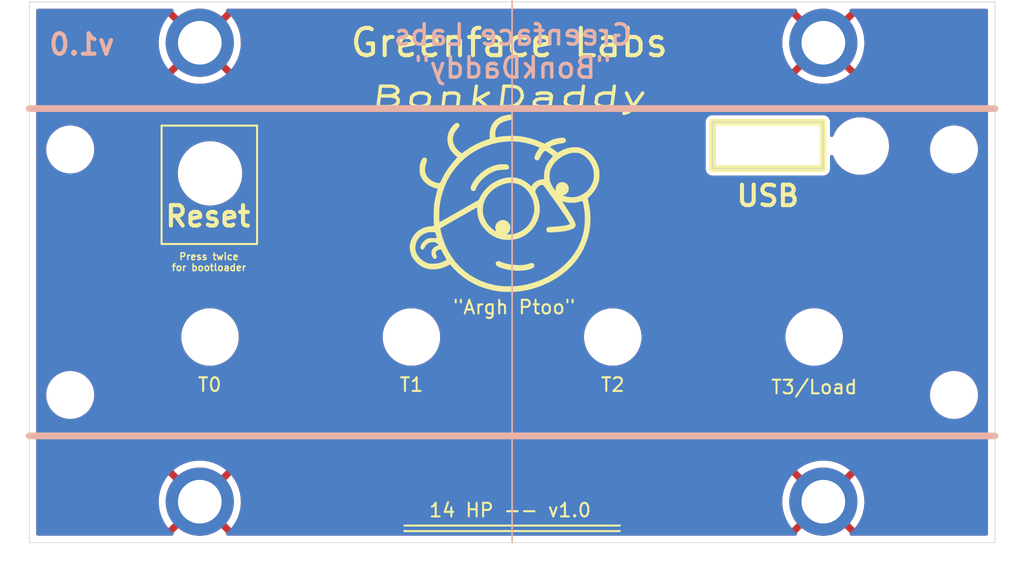
<source format=kicad_pcb>
(kicad_pcb (version 20211014) (generator pcbnew)
  (title_block (title "DuDad Panel") (rev "1.2"))
  (layers (0 "F.Cu" signal) (31 "B.Cu" signal) (34 "B.Paste" user) (35 "F.Paste" user) (36 "B.SilkS" user "B.Silkscreen") (37 "F.SilkS" user "F.Silkscreen") (38 "B.Mask" user) (39 "F.Mask" user) (44 "Edge.Cuts" user))
  (net 0 "")
  (net 1 "GND")
  (footprint "panel:MountingHole_3.2mm_M3_SmPad" (layer "F.Cu") (at 62.5 45.175)
    (fp_text reference "H1" (at -0.2 -0.2) (layer "F.SilkS"))
    (fp_text value "MountingHole_Pad")
    (pad "1" thru_hole circle locked (at 0 0) (size 5 5) (drill 3.2) (layers *.Cu *.Mask) (net 1 "GND"))
  )
  (footprint "panel:MountingHole_3.2mm_M3_SmPad" (layer "F.Cu") (at 108.22 45.175)
    (fp_text reference "H2" (at 0.1 0.2) (layer "F.SilkS"))
    (fp_text value "MountingHole_Pad")
    (pad "1" thru_hole circle locked (at 0 0) (size 5 5) (drill 3.2) (layers *.Cu *.Mask) (net 1 "GND"))
  )
  (footprint "panel:MountingHole_3.2mm_M3_SmPad" (layer "F.Cu") (at 108.22 78.825)
    (fp_text reference "H3" (at 0 0.2) (layer "F.SilkS"))
    (fp_text value "MountingHole_Pad")
    (pad "1" thru_hole circle locked (at 0 0) (size 5 5) (drill 3.2) (layers *.Cu *.Mask) (net 1 "GND"))
  )
  (footprint "panel:MountingHole_3.2mm_M3_SmPad" (layer "F.Cu") (at 62.5 78.825)
    (fp_text reference "H4" (at 0.1 -0.1) (layer "F.SilkS"))
    (fp_text value "MountingHole_Pad")
    (pad "1" thru_hole circle locked (at 0 0) (size 5 5) (drill 3.2) (layers *.Cu *.Mask) (net 1 "GND"))
  )
  (footprint "panel:3mmLED" (layer "F.Cu") (at 79.29 66.75 180)
    (fp_text reference "H14" hide)
    (fp_text value "Red LED")
    (pad "" np_thru_hole circle (at 1.27 0 180) (size 3.2 3.2) (drill 3.2) (layers *.Cu *.Mask))
  )
  (footprint "panel:3mmLED" (layer "F.Cu") (at 112.2 52.75 180)
    (fp_text reference "H15" hide)
    (fp_text value "USB LED")
    (pad "" np_thru_hole circle (at 1.27 0 180) (size 3.2 3.2) (drill 3.2) (layers *.Cu *.Mask))
  )
  (footprint "MountingHole:MountingHole_2.5mm" (layer "F.Cu") (at 53 53)
    (fp_text reference "H17" hide)
    (fp_text value "MountingHole")
    (pad "" np_thru_hole circle locked (at 0 0) (size 2.5 2.5) (drill 2.5) (layers *.Cu *.Mask))
  )
  (footprint "MountingHole:MountingHole_2.5mm" (layer "F.Cu") (at 117.8 53)
    (fp_text reference "H18" hide)
    (fp_text value "MountingHole")
    (pad "" np_thru_hole circle locked (at 0 0) (size 2.5 2.5) (drill 2.5) (layers *.Cu *.Mask))
  )
  (footprint "MountingHole:MountingHole_2.5mm" (layer "F.Cu") (at 117.8 71)
    (fp_text reference "H19" hide)
    (fp_text value "MountingHole")
    (pad "" np_thru_hole circle locked (at 0 0) (size 2.5 2.5) (drill 2.5) (layers *.Cu *.Mask))
  )
  (footprint "MountingHole:MountingHole_2.5mm" (layer "F.Cu") (at 53 71)
    (fp_text reference "H20" hide)
    (fp_text value "MountingHole")
    (pad "" np_thru_hole circle locked (at 0 0) (size 2.5 2.5) (drill 2.5) (layers *.Cu *.Mask))
  )
  (footprint "panel:PushButton3.7mm" (layer "F.Cu") (at 60 52.5)
    (fp_text reference "H26" hide)
    (fp_text value "MountingHole")
    (pad "" np_thru_hole circle (at 3.25 2.25) (size 3.7 3.7) (drill 3.7) (layers *.Cu *.Mask))
  )
  (footprint "panel:3mmLED" (layer "F.Cu") (at 64.52 66.75 180)
    (fp_text reference "H16" hide)
    (fp_text value "Yellow LED")
    (pad "" np_thru_hole circle (at 1.27 0 180) (size 3.2 3.2) (drill 3.2) (layers F&B.Cu *.Mask))
  )
  (footprint "panel:small_face" (layer "F.Cu") (at 84.8 57.375)
    (fp_text reference "GR1" hide)
    (fp_text value "small_logo" hide)
    (fp_poly (pts (xy 0.54585 -6.926436) (xy 0.585001 -6.906036) (xy 0.606324 -6.886676) (xy 0.649317 -6.811322) (xy 0.658749 -6.718373) (xy 0.633324 -6.629468) (xy 0.622739 -6.612336) (xy 0.580233 -6.576116) (xy 0.504547 -6.548167) (xy 0.413189 -6.529096) (xy 0.140894 -6.467369) (xy -0.087852 -6.382381) (xy -0.275341 -6.272763) (xy -0.423865 -6.137146) (xy -0.535716 -5.974161) (xy -0.544558 -5.957125) (xy -0.603519 -5.796627) (xy -0.636753 -5.605766) (xy -0.641897 -5.399288) (xy -0.639751 -5.362895) (xy -0.632968 -5.294518) (xy -0.618313 -5.264921) (xy -0.584577 -5.262192) (xy -0.550851 -5.268429) (xy -0.277447 -5.31369) (xy 0.023536 -5.34631) (xy 0.337109 -5.36571) (xy 0.648283 -5.371312) (xy 0.942068 -5.362538) (xy 1.203475 -5.33881) (xy 1.2192 -5.336707) (xy 1.633307 -5.263004) (xy 2.046922 -5.156909) (xy 2.443559 -5.023188) (xy 2.748187 -4.894578) (xy 2.861255 -4.843184) (xy 2.937623 -4.812874) (xy 2.985615 -4.801208) (xy 3.013556 -4.805744) (xy 3.023139 -4.813951) (xy 3.060235 -4.841775) (xy 3.1329 -4.884003) (xy 3.229973 -4.935123) (xy 3.34029 -4.989622) (xy 3.452689 -5.041987) (xy 3.556006 -5.086707) (xy 3.639079 -5.118269) (xy 3.640011 -5.11858) (xy 3.781431 -5.158522) (xy 3.943025 -5.193079) (xy 4.104341 -5.218624) (xy 4.244925 -5.231531) (xy 4.282134 -5.2324) (xy 4.3787 -5.22613) (xy 4.441529 -5.204497) (xy 4.469753 -5.182247) (xy 4.527333 -5.097239) (xy 4.537044 -5.009335) (xy 4.502873 -4.931949) (xy 4.471726 -4.896627) (xy 4.432807 -4.870194) (xy 4.376578 -4.849633) (xy 4.293498 -4.831925) (xy 4.174027 -4.814051) (xy 4.099621 -4.804357) (xy 3.948678 -4.777745) (xy 3.789148 -4.737165) (xy 3.637307 -4.687699) (xy 3.509428 -4.634428) (xy 3.447936 -4.60085) (xy 3.371948 -4.552738) (xy 3.533824 -4.443877) (xy 3.634514 -4.373498) (xy 3.738018 -4.296935) (xy 3.815543 -4.235918) (xy 3.935386 -4.136821) (xy 4.08351 -4.223634) (xy 4.388945 -4.375578) (xy 4.70373 -4.478159) (xy 5.031601 -4.532504) (xy 5.131117 -4.539474) (xy 5.338026 -4.540869) (xy 5.516959 -4.519968) (xy 5.687336 -4.472744) (xy 5.868583 -4.395173) (xy 5.898332 -4.380458) (xy 6.152974 -4.224668) (xy 6.38186 -4.027515) (xy 6.581889 -3.793104) (xy 6.749958 -3.525543) (xy 6.882967 -3.228937) (xy 6.962473 -2.9718) (xy 6.985747 -2.834443) (xy 6.997734 -2.663883) (xy 6.998801 -2.476363) (xy 6.989315 -2.288126) (xy 6.969643 -2.115414) (xy 6.940153 -1.974471) (xy 6.939903 -1.973601) (xy 6.82882 -1.670631) (xy 6.67687 -1.395033) (xy 6.481158 -1.142134) (xy 6.329239 -0.987831) (xy 6.238278 -0.900998) (xy 6.180679 -0.839634) (xy 6.150935 -0.796495) (xy 6.143539 -0.76434) (xy 6.147142 -0.748339) (xy 6.159526 -0.704334) (xy 6.179149 -0.622007) (xy 6.203381 -0.51287) (xy 6.229591 -0.388434) (xy 6.231311 -0.380039) (xy 6.313796 0.137692) (xy 6.346906 0.644029) (xy 6.330496 1.140106) (xy 6.264422 1.627057) (xy 6.148539 2.106017) (xy 5.982703 2.578121) (xy 5.804533 2.970537) (xy 5.567943 3.386478) (xy 5.286808 3.78185) (xy 4.96408 4.1541) (xy 4.602715 4.500672) (xy 4.205665 4.819012) (xy 3.775884 5.106565) (xy 3.316325 5.360776) (xy 2.829942 5.579091) (xy 2.754417 5.608753) (xy 2.471666 5.713667) (xy 2.216142 5.798655) (xy 1.970674 5.868484) (xy 1.718093 5.927919) (xy 1.44123 5.981726) (xy 1.3589 5.99611) (xy 1.173891 6.021104) (xy 0.951772 6.040402) (xy 0.705949 6.053694) (xy 0.449826 6.060672) (xy 0.196807 6.061025) (xy -0.039704 6.054445) (xy -0.246302 6.040621) (xy -0.3048 6.034514) (xy -0.820485 5.950653) (xy -1.324486 5.821061) (xy -1.809641 5.647843) (xy -2.157258 5.490352) (xy -2.565831 5.265455) (xy -2.944624 5.010972) (xy -3.301031 4.72109) (xy -3.642444 4.389998) (xy -3.855035 4.155473) (xy -3.914138 4.089336) (xy -3.951672 4.056715) (xy -3.978265 4.051831) (xy -4.004544 4.068907) (xy -4.008221 4.072193) (xy -4.067331 4.112383) (xy -4.162383 4.16237) (xy -4.280874 4.216661) (xy -4.410301 4.269761) (xy -4.538163 4.316177) (xy -4.624509 4.343016) (xy -4.788417 4.378868) (xy -4.975231 4.403181) (xy -5.167047 4.41485) (xy -5.34596 4.412771) (xy -5.490689 4.396486) (xy -5.769549 4.322378) (xy -6.020877 4.20949) (xy -6.25154 4.053989) (xy -6.468404 3.852038) (xy -6.471446 3.848787) (xy -6.643422 3.637371) (xy -6.768943 3.418861) (xy -6.852341 3.185158) (xy -6.871996 3.100181) (xy -6.902052 2.829304) (xy -6.89437 2.727158) (xy -6.493843 2.727158) (xy -6.492328 2.936774) (xy -6.447673 3.146547) (xy -6.356765 3.351303) (xy -6.34554 3.370422) (xy -6.229808 3.526686) (xy -6.079875 3.674666) (xy -5.908185 3.805207) (xy -5.727184 3.909153) (xy -5.549316 3.97735) (xy -5.506281 3.98785) (xy -5.375824 4.003945) (xy -5.214431 4.006757) (xy -5.039851 3.997516) (xy -4.869831 3.977449) (xy -4.722119 3.947787) (xy -4.6609 3.929293) (xy -4.481237 3.8625) (xy -4.346725 3.805423) (xy -4.25892 3.75877) (xy -4.224526 3.730891) (xy -4.214846 3.702317) (xy -4.226737 3.656942) (xy -4.263565 3.585357) (xy -4.296178 3.53057) (xy -4.355722 3.428943) (xy -4.425094 3.304237) (xy -4.49182 3.179017) (xy -4.509387 3.144863) (xy -4.5616 3.043783) (xy -4.598107 2.980596) (xy -4.625848 2.947721) (xy -4.651765 2.937579) (xy -4.682795 2.942588) (xy -4.692095 2.945298) (xy -4.812263 2.987048) (xy -4.896941 3.03171) (xy -4.944666 3.070101) (xy -5.003544 3.14499) (xy -5.017309 3.222335) (xy -4.987706 3.314781) (xy -4.980435 3.329199) (xy -4.934926 3.446657) (xy -4.932834 3.540258) (xy -4.974111 3.608812) (xy -4.992141 3.622517) (xy -5.064695 3.648531) (xy -5.133121 3.627073) (xy -5.199512 3.556931) (xy -5.247789 3.474494) (xy -5.305424 3.312172) (xy -5.313682 3.155171) (xy -5.273869 3.00848) (xy -5.187295 2.877088) (xy -5.063489 2.771353) (xy -4.994932 2.72806) (xy -4.943392 2.699382) (xy -4.924899 2.6924) (xy -4.889085 2.684139) (xy -4.836429 2.666136) (xy -4.767351 2.639872) (xy -4.841126 2.561408) (xy -4.941381 2.478554) (xy -5.058774 2.430782) (xy -5.205929 2.413305) (xy -5.232429 2.413) (xy -5.410052 2.436561) (xy -5.566708 2.504993) (xy -5.697325 2.614917) (xy -5.796832 2.762955) (xy -5.814136 2.800515) (xy -5.87227 2.902336) (xy -5.938229 2.955207) (xy -6.010909 2.958509) (xy -6.05686 2.936717) (xy -6.107068 2.876974) (xy -6.120045 2.794112) (xy -6.099671 2.694849) (xy -6.049828 2.585906) (xy -5.974396 2.474003) (xy -5.877256 2.365859) (xy -5.762289 2.268194) (xy -5.633376 2.187727) (xy -5.620513 2.181205) (xy -5.560428 2.154311) (xy -5.501074 2.136743) (xy -5.429358 2.126592) (xy -5.332187 2.121949) (xy -5.207 2.1209) (xy -4.9149 2.1209) (xy -4.9657 1.912865) (xy -4.99088 1.813525) (xy -5.015527 1.746939) (xy -5.049676 1.706538) (xy -5.103366 1.685756) (xy -5.18663 1.678023) (xy -5.309506 1.676771) (xy -5.326495 1.676746) (xy -5.558029 1.698846) (xy -5.771328 1.762495) (xy -5.963278 1.862517) (xy -6.130767 1.99374) (xy -6.270681 2.15099) (xy -6.379907 2.329092) (xy -6.455332 2.522872) (xy -6.493843 2.727158) (xy -6.89437 2.727158) (xy -6.882128 2.564386) (xy -6.812912 2.307713) (xy -6.69509 2.061566) (xy -6.529351 1.828231) (xy -6.468409 1.758921) (xy -6.302254 1.608311) (xy -6.105459 1.478518) (xy -6.001995 1.42882) (xy -4.658908 1.42882) (xy -4.649587 1.501355) (xy -4.629169 1.606122) (xy -4.59946 1.734925) (xy -4.562264 1.879566) (xy -4.519388 2.031851) (xy -4.504174 2.0828) (xy -4.331281 2.569846) (xy -4.117682 3.027816) (xy -3.865311 3.455058) (xy -3.576102 3.84992) (xy -3.251992 4.210752) (xy -2.894915 4.535902) (xy -2.506807 4.823719) (xy -2.089601 5.072552) (xy -1.645234 5.28075) (xy -1.17564 5.44666) (xy -0.682755 5.568633) (xy -0.3556 5.622926) (xy -0.173333 5.641391) (xy 0.044447 5.653631) (xy 0.282827 5.6596) (xy 0.526898 5.659255) (xy 0.761748 5.652554) (xy 0.972467 5.639453) (xy 1.0922 5.627139) (xy 1.626788 5.536194) (xy 2.148538 5.400094) (xy 2.65339 5.220775) (xy 3.137288 5.000176) (xy 3.596172 4.740234) (xy 4.025985 4.442886) (xy 4.422669 4.110072) (xy 4.574039 3.964569) (xy 4.892438 3.617943) (xy 5.164887 3.259354) (xy 5.396017 2.881526) (xy 5.590462 2.477182) (xy 5.699228 2.1971) (xy 5.814464 1.805546) (xy 5.892693 1.387781) (xy 5.933491 0.952837) (xy 5.936436 0.50975) (xy 5.901104 0.067553) (xy 5.827072 -0.36472) (xy 5.820583 -0.3937) (xy 5.799045 -0.48778) (xy 5.778905 -0.548712) (xy 5.750466 -0.580506) (xy 5.704032 -0.587172) (xy 5.629905 -0.57272) (xy 5.518388 -0.54116) (xy 5.4864 -0.531894) (xy 5.37589 -0.504633) (xy 5.260763 -0.487133) (xy 5.124973 -0.477576) (xy 4.9784 -0.474314) (xy 4.845334 -0.474161) (xy 4.740642 -0.477738) (xy 4.648862 -0.487305) (xy 4.554533 -0.505119) (xy 4.442194 -0.533439) (xy 4.300578 -0.573318) (xy 4.289761 -0.568035) (xy 4.298074 -0.538668) (xy 4.3274 -0.481964) (xy 4.379624 -0.394673) (xy 4.456629 -0.273545) (xy 4.5603 -0.115328) (xy 4.605628 -0.046987) (xy 4.779958 0.22081) (xy 4.929148 0.461736) (xy 5.052003 0.673563) (xy 5.147323 0.854065) (xy 5.213913 1.001016) (xy 5.250575 1.112189) (xy 5.2578 1.165918) (xy 5.233012 1.26646) (xy 5.159536 1.357699) (xy 5.038702 1.439209) (xy 4.871838 1.510565) (xy 4.660275 1.571341) (xy 4.405343 1.621114) (xy 4.108371 1.659457) (xy 3.77069 1.685946) (xy 3.6068 1.693845) (xy 3.461625 1.699119) (xy 3.358096 1.701019) (xy 3.287126 1.698778) (xy 3.239625 1.691631) (xy 3.206507 1.678814) (xy 3.178685 1.659562) (xy 3.176269 1.657602) (xy 3.126757 1.587523) (xy 3.112715 1.499625) (xy 3.134771 1.413061) (xy 3.166784 1.368527) (xy 3.192005 1.348117) (xy 3.226506 1.332667) (xy 3.278592 1.320801) (xy 3.356564 1.311145) (xy 3.468725 1.302321) (xy 3.622714 1.292993) (xy 3.850851 1.277267) (xy 4.069215 1.256858) (xy 4.27182 1.232743) (xy 4.452684 1.205897) (xy 4.605821 1.177297) (xy 4.725249 1.147919) (xy 4.804983 1.11874) (xy 4.837067 1.094841) (xy 4.831247 1.059947) (xy 4.79623 0.986485) (xy 4.733372 0.87647) (xy 4.644034 0.731916) (xy 4.529573 0.554837) (xy 4.391348 0.347248) (xy 4.230717 0.111163) (xy 4.04904 -0.151403) (xy 3.847674 -0.438435) (xy 3.627978 -0.74792) (xy 3.391311 -1.077843) (xy 3.139031 -1.426189) (xy 3.109462 -1.466814) (xy 3.022495 -1.585748) (xy 2.958935 -1.669697) (xy 2.912305 -1.724757) (xy 2.876127 -1.75702) (xy 2.843922 -1.772583) (xy 2.809215 -1.77754) (xy 2.77876 -1.777964) (xy 2.661138 -1.753882) (xy 2.545535 -1.68602) (xy 2.439683 -1.581073) (xy 2.351314 -1.44574) (xy 2.321436 -1.381843) (xy 2.304691 -1.338362) (xy 2.298133 -1.300885) (xy 2.304256 -1.258033) (xy 2.325555 -1.198429) (xy 2.364526 -1.110695) (xy 2.395566 -1.04382) (xy 2.521246 -0.717916) (xy 2.598317 -0.387859) (xy 2.627492 -0.057697) (xy 2.609488 0.268524) (xy 2.545016 0.586755) (xy 2.434792 0.89295) (xy 2.279529 1.183062) (xy 2.079942 1.453044) (xy 1.926224 1.616357) (xy 1.664133 1.837314) (xy 1.382247 2.011507) (xy 1.080073 2.139149) (xy 0.757115 2.220459) (xy 0.469787 2.253089) (xy 0.121398 2.250326) (xy -0.20598 2.201514) (xy -0.514061 2.106005) (xy -0.804561 1.963147) (xy -1.079192 1.772292) (xy -1.285707 1.5875) (xy -1.515 1.330939) (xy -1.695448 1.06197) (xy -1.827941 0.778543) (xy -1.913367 0.478607) (xy -1.952614 0.160112) (xy -1.955571 0.043199) (xy -1.549025 0.043199) (xy -1.544448 0.218182) (xy -1.527326 0.366503) (xy -1.493509 0.505713) (xy -1.438844 0.653361) (xy -1.367907 0.80897) (xy -1.299004 0.944501) (xy -1.234407 1.050645) (xy -1.161241 1.145823) (xy -1.066632 1.248453) (xy -1.046068 1.269405) (xy -0.947738 1.363514) (xy -0.845181 1.452513) (xy -0.747283 1.529601) (xy -0.662931 1.587979) (xy -0.601012 1.620847) (xy -0.580524 1.6256) (xy -0.576838 1.605204) (xy -0.591451 1.554521) (xy -0.598197 1.537515) (xy -0.632689 1.393377) (xy -0.622509 1.246739) (xy -0.572398 1.106896) (xy -0.487095 0.983144) (xy -0.371341 0.88478) (xy -0.233422 0.822116) (xy -0.067919 0.795599) (xy 0.083086 0.817488) (xy 0.222329 0.888491) (xy 0.308473 0.961957) (xy 0.41278 1.095044) (xy 0.46798 1.238719) (xy 0.475232 1.396217) (xy 0.472415 1.42008) (xy 0.43924 1.542455) (xy 0.379056 1.661401) (xy 0.302265 1.759264) (xy 0.245646 1.804896) (xy 0.1651 1.85401) (xy 0.3683 1.853664) (xy 0.497102 1.848189) (xy 0.635737 1.834211) (xy 0.748571 1.815809) (xy 0.977816 1.746999) (xy 1.211128 1.640519) (xy 1.433326 1.505124) (xy 1.629232 1.349567) (xy 1.726184 1.252047) (xy 1.892838 1.034302) (xy 2.032533 0.787169) (xy 2.139266 0.524101) (xy 2.207034 0.25855) (xy 2.223668 0.137222) (xy 2.22819 -0.037504) (xy 2.213568 -0.236864) (xy 2.182315 -0.439537) (xy 2.136943 -0.624206) (xy 2.13212 -0.63963) (xy 2.043746 -0.860046) (xy 1.922212 -1.082193) (xy 1.777047 -1.291813) (xy 1.617777 -1.474653) (xy 1.505907 -1.576712) (xy 1.272546 -1.735434) (xy 1.022646 -1.846935) (xy 0.758975 -1.910982) (xy 0.484307 -1.927341) (xy 0.201411 -1.895778) (xy -0.086941 -1.816058) (xy -0.296011 -1.728885) (xy -0.504026 -1.622394) (xy -0.678503 -1.514971) (xy -0.835749 -1.395882) (xy -0.935985 -1.307557) (xy -1.152709 -1.075615) (xy -1.323004 -0.824615) (xy -1.446233 -0.555959) (xy -1.52176 -0.27105) (xy -1.548947 0.028711) (xy -1.549025 0.043199) (xy -1.955571 0.043199) (xy -1.955609 0.041732) (xy -1.957302 -0.050264) (xy -1.963719 -0.100862) (xy -1.977249 -0.11941) (xy -1.996165 -0.116946) (xy -2.024874 -0.101928) (xy -2.092765 -0.064455) (xy -2.195104 -0.007224) (xy -2.327156 0.06707) (xy -2.484187 0.155734) (xy -2.66146 0.25607) (xy -2.854242 0.365384) (xy -3.057798 0.480982) (xy -3.267392 0.600167) (xy -3.478291 0.720245) (xy -3.685759 0.83852) (xy -3.885062 0.952298) (xy -4.071464 1.058882) (xy -4.240232 1.155579) (xy -4.386629 1.239692) (xy -4.505922 1.308527) (xy -4.593376 1.359389) (xy -4.644255 1.389582) (xy -4.655325 1.396712) (xy -4.658908 1.42882) (xy -6.001995 1.42882) (xy -5.890566 1.375297) (xy -5.670117 1.304401) (xy -5.456656 1.271585) (xy -5.40267 1.27) (xy -5.301996 1.262784) (xy -5.213373 1.244069) (xy -5.179402 1.230762) (xy -5.130411 1.200301) (xy -5.114163 1.165437) (xy -5.121717 1.104928) (xy -5.123277 1.097412) (xy -5.132785 1.02088) (xy -5.139286 0.902934) (xy -5.142941 0.752859) (xy -5.143911 0.579944) (xy -5.143289 0.505238) (xy -4.750062 0.505238) (xy -4.747458 0.650615) (xy -4.741447 0.775773) (xy -4.732174 0.873321) (xy -4.719783 0.935868) (xy -4.704418 0.956023) (xy -4.702258 0.955172) (xy -4.677889 0.941273) (xy -4.613278 0.904456) (xy -4.512326 0.846943) (xy -4.378933 0.770956) (xy -4.217002 0.678718) (xy -4.030433 0.57245) (xy -3.823127 0.454375) (xy -3.598985 0.326715) (xy -3.3782 0.20097) (xy -3.138112 0.064293) (xy -2.908234 -0.066457) (xy -2.692885 -0.188831) (xy -2.496384 -0.30038) (xy -2.323048 -0.398655) (xy -2.177197 -0.481208) (xy -2.063149 -0.54559) (xy -1.985223 -0.589352) (xy -1.950507 -0.608565) (xy -1.868579 -0.66154) (xy -1.817519 -0.722214) (xy -1.78747 -0.7874) (xy -1.700965 -0.969125) (xy -1.577945 -1.16346) (xy -1.427128 -1.359894) (xy -1.257231 -1.547914) (xy -1.076973 -1.717009) (xy -0.908138 -1.847748) (xy -0.598598 -2.035787) (xy -0.284788 -2.177538) (xy 0.030162 -2.273062) (xy 0.343122 -2.322418) (xy 0.650962 -2.32567) (xy 0.950549 -2.282877) (xy 1.238755 -2.194101) (xy 1.512448 -2.059403) (xy 1.768498 -1.878844) (xy 1.865462 -1.79362) (xy 1.930762 -1.734579) (xy 1.981264 -1.692467) (xy 2.006034 -1.676401) (xy 2.006036 -1.6764) (xy 2.027691 -1.695979) (xy 2.060825 -1.743867) (xy 2.065326 -1.75136) (xy 2.180625 -1.89964) (xy 2.331898 -2.023578) (xy 2.507299 -2.115979) (xy 2.694983 -2.16965) (xy 2.768626 -2.178507) (xy 2.944486 -2.191089) (xy 2.944567 -2.366745) (xy 3.343045 -2.366745) (xy 3.352923 -2.20159) (xy 3.377 -2.061437) (xy 3.389567 -2.0193) (xy 3.473369 -1.813008) (xy 3.572086 -1.627464) (xy 3.678118 -1.47669) (xy 3.693336 -1.458902) (xy 3.802081 -1.335322) (xy 3.800022 -1.48686) (xy 3.813252 -1.628851) (xy 3.86159 -1.745783) (xy 3.951527 -1.851044) (xy 3.994539 -1.888015) (xy 4.116431 -1.956034) (xy 4.252657 -1.98165) (xy 4.392238 -1.966504) (xy 4.524193 -1.912236) (xy 4.637542 -1.820486) (xy 4.664768 -1.787886) (xy 4.708944 -1.717216) (xy 4.73363 -1.638242) (xy 4.745345 -1.534491) (xy 4.748066 -1.435776) (xy 4.737834 -1.364265) (xy 4.709975 -1.29704) (xy 4.68943 -1.260351) (xy 4.590414 -1.138347) (xy 4.461348 -1.056893) (xy 4.3688 -1.028014) (xy 4.311891 -1.014742) (xy 4.300455 -1.004504) (xy 4.330211 -0.990057) (xy 4.3434 -0.985009) (xy 4.604614 -0.908501) (xy 4.873684 -0.872015) (xy 5.139522 -0.875904) (xy 5.391038 -0.920522) (xy 5.482002 -0.948738) (xy 5.752785 -1.069709) (xy 5.992014 -1.229546) (xy 6.197062 -1.425432) (xy 6.365302 -1.654553) (xy 6.494106 -1.91409) (xy 6.556129 -2.100281) (xy 6.592938 -2.303877) (xy 6.601937 -2.530413) (xy 6.583882 -2.760819) (xy 6.539526 -2.976028) (xy 6.518874 -3.041528) (xy 6.401603 -3.315468) (xy 6.253251 -3.557465) (xy 6.077178 -3.763456) (xy 5.876745 -3.929377) (xy 5.701036 -4.030573) (xy 5.598261 -4.077031) (xy 5.514913 -4.10642) (xy 5.431264 -4.12339) (xy 5.327589 -4.13259) (xy 5.253444 -4.136082) (xy 5.118998 -4.138715) (xy 5.011099 -4.132233) (xy 4.905885 -4.113819) (xy 4.779495 -4.080655) (xy 4.776432 -4.079778) (xy 4.480009 -3.971965) (xy 4.207114 -3.827216) (xy 3.962365 -3.649683) (xy 3.750378 -3.443519) (xy 3.575771 -3.212875) (xy 3.44316 -2.961903) (xy 3.397036 -2.839268) (xy 3.365259 -2.702881) (xy 3.34721 -2.539608) (xy 3.343045 -2.366745) (xy 2.944567 -2.366745) (xy 2.9446 -2.435395) (xy 2.966478 -2.720088) (xy 3.029305 -2.999232) (xy 3.0878 -3.16258) (xy 3.149076 -3.284643) (xy 3.236548 -3.426345) (xy 3.339732 -3.572178) (xy 3.448145 -3.706635) (xy 3.478951 -3.741161) (xy 3.534995 -3.800658) (xy 3.571801 -3.843496) (xy 3.586053 -3.87749) (xy 3.574432 -3.910456) (xy 3.53362 -3.950209) (xy 3.460301 -4.004564) (xy 3.351157 -4.081336) (xy 3.3274 -4.098176) (xy 3.210941 -4.180587) (xy 3.127678 -4.236268) (xy 3.069198 -4.267635) (xy 3.027088 -4.277102) (xy 2.992937 -4.267085) (xy 2.958331 -4.24) (xy 2.929561 -4.212399) (xy 2.815643 -4.079165) (xy 2.714846 -3.918886) (xy 2.652997 -3.7846) (xy 2.595559 -3.671073) (xy 2.525455 -3.604389) (xy 2.439359 -3.581454) (xy 2.434431 -3.5814) (xy 2.357939 -3.601892) (xy 2.28913 -3.653417) (xy 2.244228 -3.721049) (xy 2.23551 -3.764396) (xy 2.248584 -3.831533) (xy 2.283277 -3.928533) (xy 2.333561 -4.042642) (xy 2.393408 -4.161105) (xy 2.456788 -4.271168) (xy 2.51611 -4.358058) (xy 2.568005 -4.428319) (xy 2.602922 -4.481451) (xy 2.613674 -4.50647) (xy 2.613437 -4.506797) (xy 2.577822 -4.52774) (xy 2.505564 -4.561051) (xy 2.407906 -4.602147) (xy 2.296092 -4.646441) (xy 2.181366 -4.689349) (xy 2.076495 -4.725782) (xy 1.593933 -4.85872) (xy 1.105475 -4.941352) (xy 0.611932 -4.973728) (xy 0.114115 -4.955898) (xy -0.387166 -4.887912) (xy -0.891101 -4.769818) (xy -1.396877 -4.601667) (xy -1.653777 -4.497296) (xy -2.070366 -4.290793) (xy -2.471404 -4.038435) (xy -2.85277 -3.743865) (xy -3.210345 -3.410724) (xy -3.54001 -3.042655) (xy -3.837645 -2.643301) (xy -3.95466 -2.463019) (xy -4.169234 -2.075825) (xy -4.354829 -1.654338) (xy -4.508339 -1.207981) (xy -4.626658 -0.746177) (xy -4.706677 -0.278352) (xy -4.723513 -0.130659) (xy -4.735984 0.021692) (xy -4.74447 0.183385) (xy -4.749114 0.347031) (xy -4.750062 0.505238) (xy -5.143289 0.505238) (xy -5.142356 0.393475) (xy -5.138439 0.202739) (xy -5.132321 0.017022) (xy -5.124162 -0.154389) (xy -5.114124 -0.302207) (xy -5.102368 -0.417146) (xy -5.096289 -0.4572) (xy -5.04971 -0.702105) (xy -5.000317 -0.931777) (xy -4.950717 -1.134901) (xy -4.90352 -1.300161) (xy -4.898207 -1.316708) (xy -4.874657 -1.400983) (xy -4.863743 -1.465871) (xy -4.867628 -1.496839) (xy -4.90293 -1.512259) (xy -4.97125 -1.532109) (xy -5.033243 -1.546686) (xy -5.250471 -1.614998) (xy -5.46642 -1.722912) (xy -5.66875 -1.861966) (xy -5.845123 -2.023697) (xy -5.981576 -2.1971) (xy -6.071685 -2.354532) (xy -6.131782 -2.505372) (xy -6.166671 -2.66665) (xy -6.181154 -2.855396) (xy -6.182144 -2.9083) (xy -6.18168 -3.044388) (xy -6.175356 -3.148944) (xy -6.160459 -3.241143) (xy -6.134273 -3.340157) (xy -6.110223 -3.4163) (xy -6.049259 -3.576329) (xy -5.985486 -3.688782) (xy -5.91639 -3.756884) (xy -5.839458 -3.783857) (xy -5.822982 -3.7846) (xy -5.741598 -3.761864) (xy -5.691198 -3.722801) (xy -5.658325 -3.674663) (xy -5.644723 -3.614611) (xy -5.651051 -3.534144) (xy -5.677969 -3.424759) (xy -5.72555 -3.279626) (xy -5.781606 -3.053214) (xy -5.7895 -2.835635) (xy -5.750061 -2.630486) (xy -5.664117 -2.441362) (xy -5.532495 -2.271859) (xy -5.482461 -2.223782) (xy -5.330205 -2.107371) (xy -5.16052 -2.012095) (xy -4.987043 -1.943977) (xy -4.82341 -1.909041) (xy -4.7625 -1.905708) (xy -4.727333 -1.908692) (xy -4.698792 -1.922996) (xy -4.670602 -1.956813) (xy -4.636485 -2.018338) (xy -4.590165 -2.115764) (xy -4.573025 -2.153057) (xy -4.359436 -2.565694) (xy -4.100463 -2.969258) (xy -3.793917 -3.367008) (xy -3.632761 -3.552896) (xy -3.539237 -3.658049) (xy -3.476273 -3.732253) (xy -3.439809 -3.781736) (xy -3.425783 -3.812726) (xy -3.430133 -3.83145) (xy -3.444308 -3.841883) (xy -3.504316 -3.885277) (xy -3.58474 -3.95933) (xy -3.676144 -4.053594) (xy -3.769093 -4.157624) (xy -3.854153 -4.260974) (xy -3.921888 -4.353195) (xy -3.954761 -4.407081) (xy -4.064508 -4.665661) (xy -4.125714 -4.927889) (xy -4.139005 -5.189183) (xy -4.105004 -5.444963) (xy -4.024335 -5.690648) (xy -3.897622 -5.921656) (xy -3.72549 -6.133406) (xy -3.718613 -6.14045) (xy -3.610213 -6.24296) (xy -3.522941 -6.305035) (xy -3.450045 -6.328704) (xy -3.384775 -6.315999) (xy -3.320376 -6.268949) (xy -3.313546 -6.262255) (xy -3.267621 -6.20378) (xy -3.253094 -6.144935) (xy -3.272111 -6.077859) (xy -3.326819 -5.994693) (xy -3.414396 -5.89298) (xy -3.571485 -5.694086) (xy -3.678373 -5.493143) (xy -3.735656 -5.287528) (xy -3.743932 -5.074617) (xy -3.703796 -4.851787) (xy -3.672933 -4.755408) (xy -3.592134 -4.587504) (xy -3.475559 -4.42089) (xy -3.336012 -4.270946) (xy -3.186297 -4.153051) (xy -3.156002 -4.134521) (xy -3.080534 -4.090742) (xy -2.892817 -4.231701) (xy -2.460924 -4.524648) (xy -2.00003 -4.777518) (xy -1.515757 -4.987408) (xy -1.246377 -5.081898) (xy -1.032253 -5.150973) (xy -1.037877 -5.426637) (xy -1.023489 -5.713406) (xy -0.967746 -5.970812) (xy -0.870248 -6.19955) (xy -0.730594 -6.400313) (xy -0.548385 -6.573795) (xy -0.323219 -6.72069) (xy -0.277169 -6.744831) (xy -0.167003 -6.7908) (xy -0.023605 -6.836691) (xy 0.13566 -6.877896) (xy 0.293426 -6.909808) (xy 0.40212 -6.925061) (xy 0.490536 -6.931716) (xy 0.54585 -6.926436)) (layer "F.SilkS") (width 0.01) (fill solid))
    (fp_poly (pts (xy 0.142068 -3.284178) (xy 0.205614 -3.276936) (xy 0.250125 -3.263826) (xy 0.286183 -3.243441) (xy 0.296556 -3.235977) (xy 0.354628 -3.167233) (xy 0.378895 -3.082794) (xy 0.366999 -2.999924) (xy 0.335391 -2.951592) (xy 0.308194 -2.931129) (xy 0.26801 -2.916164) (xy 0.205848 -2.905226) (xy 0.112716 -2.896848) (xy -0.020377 -2.889559) (xy -0.053406 -2.888067) (xy -0.261295 -2.874591) (xy -0.433558 -2.852205) (xy -0.585079 -2.817421) (xy -0.730741 -2.766752) (xy -0.885428 -2.696711) (xy -0.899221 -2.689876) (xy -1.12771 -2.558714) (xy -1.347003 -2.399995) (xy -1.55008 -2.220975) (xy -1.729919 -2.02891) (xy -1.879498 -1.831056) (xy -1.991797 -1.634666) (xy -2.042315 -1.508659) (xy -2.093684 -1.399801) (xy -2.161368 -1.338942) (xy -2.245141 -1.326193) (xy -2.341406 -1.359815) (xy -2.409283 -1.420831) (xy -2.437249 -1.508977) (xy -2.42514 -1.624883) (xy -2.372793 -1.769181) (xy -2.280044 -1.9425) (xy -2.146729 -2.145473) (xy -2.13263 -2.165365) (xy -1.936841 -2.403874) (xy -1.702262 -2.629373) (xy -1.440763 -2.832619) (xy -1.164215 -3.004372) (xy -0.889 -3.133633) (xy -0.69417 -3.202974) (xy -0.51775 -3.2488) (xy -0.33863 -3.275128) (xy -0.135695 -3.285975) (xy -0.084444 -3.286694) (xy 0.048909 -3.286961) (xy 0.142068 -3.284178)) (layer "F.SilkS") (width 0.01) (fill solid))
    (fp_poly (pts (xy -0.352919 3.8208) (xy -0.262979 3.849035) (xy -0.173115 3.886178) (xy 0.013357 3.957425) (xy 0.240752 4.0153) (xy 0.511926 4.060394) (xy 0.8255 4.092963) (xy 1.078653 4.107166) (xy 1.296703 4.105208) (xy 1.493097 4.085877) (xy 1.681284 4.047959) (xy 1.84115 4.001416) (xy 1.948155 3.968663) (xy 2.021034 3.953031) (xy 2.072802 3.952709) (xy 2.11161 3.963812) (xy 2.18146 4.017733) (xy 2.220717 4.099251) (xy 2.221717 4.190634) (xy 2.216958 4.207624) (xy 2.169554 4.274471) (xy 2.07776 4.33534) (xy 1.947757 4.389051) (xy 1.785729 4.434423) (xy 1.597856 4.470279) (xy 1.390323 4.495438) (xy 1.16931 4.508721) (xy 0.941 4.508948) (xy 0.711576 4.49494) (xy 0.7112 4.494905) (xy 0.478317 4.466406) (xy 0.249262 4.426305) (xy 0.032395 4.3769) (xy -0.163921 4.320491) (xy -0.331327 4.259377) (xy -0.46146 4.195857) (xy -0.51943 4.156537) (xy -0.577517 4.084041) (xy -0.597291 4.001171) (xy -0.582413 3.920434) (xy -0.536541 3.854337) (xy -0.463337 3.815386) (xy -0.418016 3.81) (xy -0.352919 3.8208)) (layer "F.SilkS") (width 0.01) (fill solid))
  )
  (footprint "panel:3mmLED" (layer "F.Cu") (at 106.28 66.75)
    (fp_text reference "H21" hide)
    (fp_text value "Blue LED")
    (pad "" np_thru_hole circle (at 1.27 0) (size 3.2 3.2) (drill 3.2) (layers *.Cu *.Mask))
  )
  (footprint "panel:3mmLED" (layer "F.Cu") (at 91.51 66.75)
    (fp_text reference "H22" hide)
    (fp_text value "Green LED")
    (pad "" np_thru_hole circle (at 1.27 0) (size 3.2 3.2) (drill 3.2) (layers *.Cu *.Mask))
  )
  (gr_line (start 50 74) (end 120.8 74) (layer "B.SilkS") (width 0.5))
  (gr_line (start 50 50) (end 120.8 50) (layer "B.SilkS") (width 0.5))
  (gr_line (start 85.4 42.1) (end 85.4 81.825) (layer "B.SilkS") (width 0.12))
  (gr_line (start 100.1 51) (end 100.1 54.4) (layer "F.SilkS") (width 0.5))
  (gr_line (start 100.1 54.4) (end 108.2 54.4) (layer "F.SilkS") (width 0.5))
  (gr_line (start 77.5006 80.9814) (end 93.2994 80.9814) (layer "F.SilkS") (width 0.15))
  (gr_line (start 59.7 51.25) (end 59.7 59.932) (layer "F.SilkS") (width 0.15))
  (gr_line (start 66.7 59.932) (end 66.7 51.25) (layer "F.SilkS") (width 0.15))
  (gr_line (start 66.7 51.25) (end 59.7 51.25) (layer "F.SilkS") (width 0.15))
  (gr_line (start 100.1 51) (end 108.2 51) (layer "F.SilkS") (width 0.5))
  (gr_line (start 59.7 59.932) (end 66.7 59.932) (layer "F.SilkS") (width 0.15))
  (gr_line (start 77.5006 80.575) (end 93.2994 80.575) (layer "F.SilkS") (width 0.15))
  (gr_line (start 108.2 51) (end 108.2 54.4) (layer "F.SilkS") (width 0.5))
  (gr_line (start 120.8 42.175) (end 50 42.175) (layer "Edge.Cuts") (width 0.05))
  (gr_line (start 100.1 51) (end 108.2 51) (layer "Edge.Cuts") (width 0.05))
  (gr_line (start 120.8 81.825) (end 120.8 42.175) (layer "Edge.Cuts") (width 0.05))
  (gr_line (start 50 42.175) (end 50 81.825) (layer "Edge.Cuts") (width 0.05))
  (gr_line (start 108.2 51) (end 108.2 54.4) (layer "Edge.Cuts") (width 0.05))
  (gr_line (start 100.1 51) (end 100.1 54.4) (layer "Edge.Cuts") (width 0.05))
  (gr_line (start 100.1 54.4) (end 108.2 54.4) (layer "Edge.Cuts") (width 0.05))
  (gr_line (start 50 81.825) (end 120.8 81.825) (layer "Edge.Cuts") (width 0.05))
  (gr_text "Greenface Labs\n{dblquote}BonkDaddy{dblquote}" (at 85.45 45.8) (layer "B.SilkS") (effects (font (size 1.5 1.5) (thickness 0.25)) (justify mirror)))
  (gr_text "v1.0" (at 53.85 45.3) (layer "B.SilkS") (effects (font (size 1.5 1.5) (thickness 0.3)) (justify mirror)))
  (gr_text "Reset" (at 63.1 57.9) (layer "F.SilkS") (effects (font (size 1.5 1.5) (thickness 0.3))))
  (gr_text "T0" (at 63.2244 70.25) (layer "F.SilkS") (effects (font (size 1 1))))
  (gr_text "T1" (at 78.02 70.25) (layer "F.SilkS") (effects (font (size 1 1))))
  (gr_text "{dblquote}Argh Ptoo{dblquote}" (at 85.548374 64.564654) (layer "F.SilkS") (effects (font (size 1 1))))
  (gr_text "Greenface Labs" (at 85.2 45.175) (layer "F.SilkS") (effects (font (size 2 2) (thickness 0.3))))
  (gr_text "BonkDaddy" (at 85.1 49.175) (layer "F.SilkS") (effects (font (size 1.5 2.5) (thickness 0.25) italic)))
  (gr_text "14 HP -- v1.0" (at 85.25 79.45) (layer "F.SilkS") (effects (font (size 1 1))))
  (gr_text "T3/Load" (at 107.55 70.425) (layer "F.SilkS") (effects (font (size 1 1))))
  (gr_text "Press twice\nfor bootloader" (at 63.172 61.2528) (layer "F.SilkS") (effects (font (size 0.5 0.5) (thickness 0.1))))
  (gr_text "USB" (at 104.15 56.4) (layer "F.SilkS") (effects (font (size 1.5 1.5) (thickness 0.3))))
  (gr_text "T2" (at 92.78 70.25) (layer "F.SilkS") (effects (font (size 1 1))))
  (zone (net 1) (net_name "GND") (layer "F.Cu") (connect_pads (clearance 0.508)) (min_thickness 0.254) (fill yes (thermal_gap 0.508) (thermal_bridge_width 0.508))
    (polygon (pts (xy 50 42.175) (xy 120.668848 42.137561) (xy 120.812848 81.633561) (xy 50.144 81.671)))
  )
  (zone (net 0) (net_name "") (layer "B.Cu") (connect_pads (clearance 0.508)) (min_thickness 0.254) (fill yes (thermal_gap 0.508) (thermal_bridge_width 0.508))
    (polygon (pts (xy 50 42.175) (xy 120.730312 42.137292) (xy 120.874312 81.587292) (xy 50.144 81.625)))
  )
)
</source>
